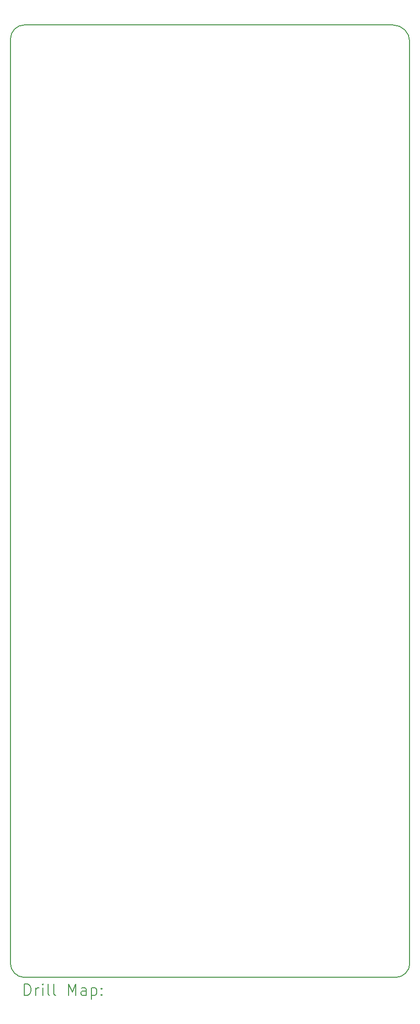
<source format=gbr>
%TF.GenerationSoftware,KiCad,Pcbnew,(6.0.8)*%
%TF.CreationDate,2022-11-03T00:23:37+01:00*%
%TF.ProjectId,crane,6372616e-652e-46b6-9963-61645f706362,rev?*%
%TF.SameCoordinates,Original*%
%TF.FileFunction,Drillmap*%
%TF.FilePolarity,Positive*%
%FSLAX45Y45*%
G04 Gerber Fmt 4.5, Leading zero omitted, Abs format (unit mm)*
G04 Created by KiCad (PCBNEW (6.0.8)) date 2022-11-03 00:23:37*
%MOMM*%
%LPD*%
G01*
G04 APERTURE LIST*
%ADD10C,0.150000*%
%ADD11C,0.200000*%
G04 APERTURE END LIST*
D10*
X11700000Y-8700000D02*
X18250000Y-8700000D01*
X18550000Y-9000000D02*
G75*
G03*
X18250000Y-8700000I-300000J0D01*
G01*
X18550000Y-9000000D02*
X18550000Y-25350000D01*
X18300000Y-25600000D02*
X11700000Y-25600000D01*
X18300000Y-25600000D02*
G75*
G03*
X18550000Y-25350000I0J250000D01*
G01*
X11700000Y-8700000D02*
G75*
G03*
X11450000Y-8950000I0J-250000D01*
G01*
X11450000Y-25350000D02*
G75*
G03*
X11700000Y-25600000I250000J0D01*
G01*
X11450000Y-25350000D02*
X11450000Y-8950000D01*
D11*
X11700119Y-25917976D02*
X11700119Y-25717976D01*
X11747738Y-25717976D01*
X11776309Y-25727500D01*
X11795357Y-25746548D01*
X11804881Y-25765595D01*
X11814405Y-25803690D01*
X11814405Y-25832262D01*
X11804881Y-25870357D01*
X11795357Y-25889405D01*
X11776309Y-25908452D01*
X11747738Y-25917976D01*
X11700119Y-25917976D01*
X11900119Y-25917976D02*
X11900119Y-25784643D01*
X11900119Y-25822738D02*
X11909643Y-25803690D01*
X11919167Y-25794167D01*
X11938214Y-25784643D01*
X11957262Y-25784643D01*
X12023928Y-25917976D02*
X12023928Y-25784643D01*
X12023928Y-25717976D02*
X12014405Y-25727500D01*
X12023928Y-25737024D01*
X12033452Y-25727500D01*
X12023928Y-25717976D01*
X12023928Y-25737024D01*
X12147738Y-25917976D02*
X12128690Y-25908452D01*
X12119167Y-25889405D01*
X12119167Y-25717976D01*
X12252500Y-25917976D02*
X12233452Y-25908452D01*
X12223928Y-25889405D01*
X12223928Y-25717976D01*
X12481071Y-25917976D02*
X12481071Y-25717976D01*
X12547738Y-25860833D01*
X12614405Y-25717976D01*
X12614405Y-25917976D01*
X12795357Y-25917976D02*
X12795357Y-25813214D01*
X12785833Y-25794167D01*
X12766786Y-25784643D01*
X12728690Y-25784643D01*
X12709643Y-25794167D01*
X12795357Y-25908452D02*
X12776309Y-25917976D01*
X12728690Y-25917976D01*
X12709643Y-25908452D01*
X12700119Y-25889405D01*
X12700119Y-25870357D01*
X12709643Y-25851309D01*
X12728690Y-25841786D01*
X12776309Y-25841786D01*
X12795357Y-25832262D01*
X12890595Y-25784643D02*
X12890595Y-25984643D01*
X12890595Y-25794167D02*
X12909643Y-25784643D01*
X12947738Y-25784643D01*
X12966786Y-25794167D01*
X12976309Y-25803690D01*
X12985833Y-25822738D01*
X12985833Y-25879881D01*
X12976309Y-25898928D01*
X12966786Y-25908452D01*
X12947738Y-25917976D01*
X12909643Y-25917976D01*
X12890595Y-25908452D01*
X13071548Y-25898928D02*
X13081071Y-25908452D01*
X13071548Y-25917976D01*
X13062024Y-25908452D01*
X13071548Y-25898928D01*
X13071548Y-25917976D01*
X13071548Y-25794167D02*
X13081071Y-25803690D01*
X13071548Y-25813214D01*
X13062024Y-25803690D01*
X13071548Y-25794167D01*
X13071548Y-25813214D01*
M02*

</source>
